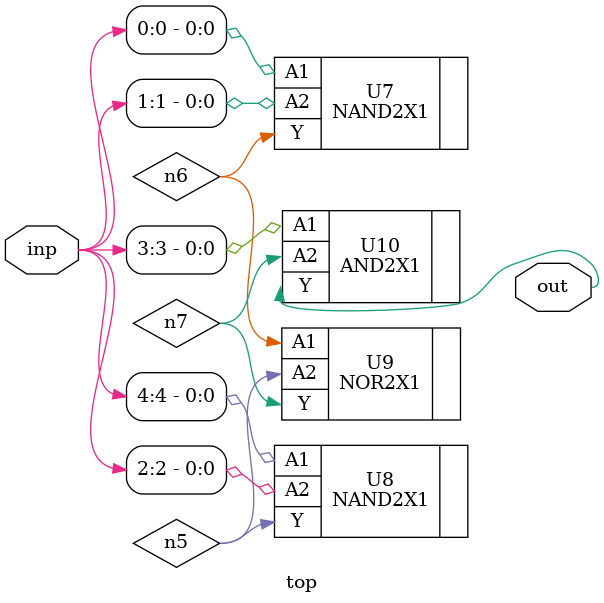
<source format=sv>


module top ( inp, out );
  input [4:0] inp;
  output out;
  wire   n5, n6, n7;

  NAND2X1 U7 ( .A1(inp[0]), .A2(inp[1]), .Y(n6) );
  NAND2X1 U8 ( .A1(inp[4]), .A2(inp[2]), .Y(n5) );
  NOR2X1 U9 ( .A1(n6), .A2(n5), .Y(n7) );
  AND2X1 U10 ( .A1(inp[3]), .A2(n7), .Y(out) );
endmodule


</source>
